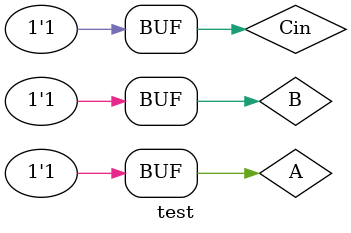
<source format=v>
module halfAdder(A, B, Sum , Carry); 
input A, B; 
output Sum , Carry; 
xor a1(Sum , A, B); 
and a2(Carry, A, B); 
endmodule

module fullAdder(A, B, Cin, Sum, Carry);
input A, B, Cin; 
output Sum, Carry; 
wire c, s , c1;

halfAdder i(A, B, s ,c );
halfAdder i1(s, Cin,Sum , c1 );
or i3(Carry , c , c1);

endmodule

module test; 
reg A, B, Cin; 
wire S , Carry; 
fullAdder i(A, B, Cin, S, Carry); 
initial 
begin
     A = 1'b0;
    B= 1'b0;
    Cin= 1'b0;
    $display("A     B     Cin     Sum     Carry     Time");
    $display("----------------------------------");
    $monitor(" %b    %b     %b       %b       %b           %0t ", A , B , Cin ,S ,Carry, $time);

    #5 A = 1'b0 ; B = 1'b0 ; Cin = 1'b0;
    #5 A = 1'b0 ; B = 1'b0 ; Cin = 1'b1;
    #5 A = 1'b0 ; B = 1'b1 ; Cin = 1'b0;
    #5 A = 1'b0 ; B = 1'b1 ; Cin = 1'b1;
    #5 A = 1'b1 ; B = 1'b0 ; Cin = 1'b0;
    #5 A = 1'b1 ; B = 1'b0 ; Cin = 1'b1;
    #5 A = 1'b1 ; B = 1'b1 ; Cin = 1'b0;
    #5 A = 1'b1 ; B = 1'b1 ; Cin = 1'b1;

end 
endmodule
</source>
